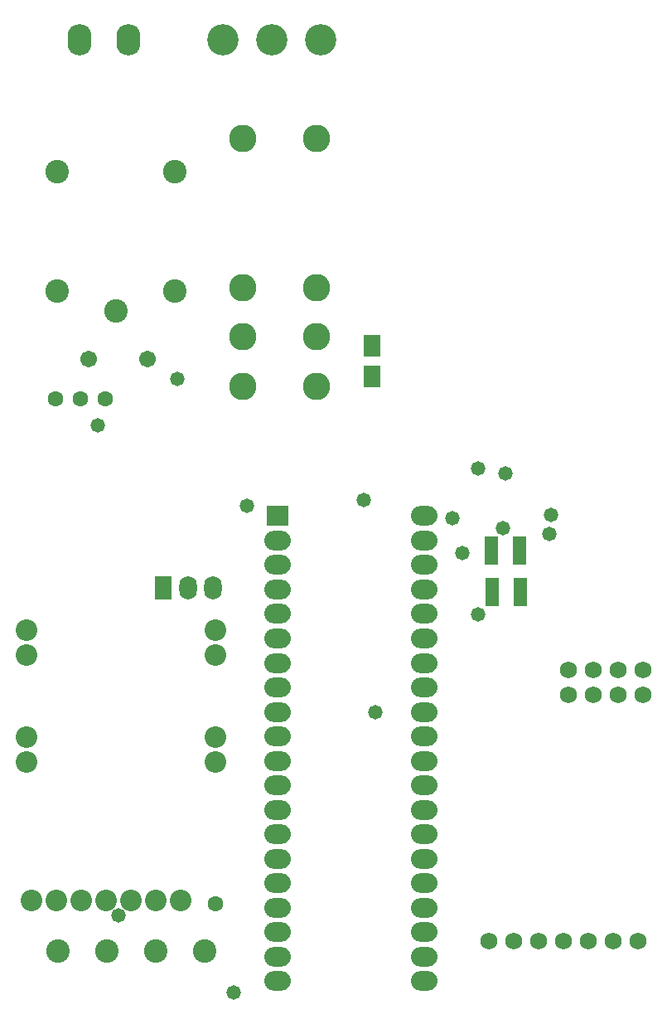
<source format=gbs>
G04 Layer_Color=8150272*
%FSLAX44Y44*%
%MOMM*%
G71*
G01*
G75*
%ADD57O,1.8032X2.4032*%
%ADD58R,1.8032X2.4032*%
%ADD59C,1.7032*%
%ADD60O,2.4532X3.2032*%
%ADD61C,3.2032*%
%ADD62C,2.4032*%
%ADD63C,1.6032*%
%ADD64C,1.7272*%
%ADD65C,1.6002*%
%ADD66R,2.2032X2.0032*%
%ADD67O,2.7032X2.0032*%
%ADD68C,2.2032*%
%ADD69C,2.8032*%
%ADD70C,1.4732*%
%ADD71R,1.4532X2.9032*%
%ADD72R,1.7532X2.2032*%
D57*
X468630Y692150D02*
D03*
X443230D02*
D03*
D58*
X417830D02*
D03*
D59*
X341630Y925830D02*
D03*
X401630D02*
D03*
D60*
X381870Y1252220D02*
D03*
X331870D02*
D03*
D61*
X578320D02*
D03*
X528320D02*
D03*
X478320D02*
D03*
D62*
X369570Y975360D02*
D03*
X309570Y995360D02*
D03*
Y1117360D02*
D03*
X429570D02*
D03*
Y995360D02*
D03*
X309810Y321310D02*
D03*
X359810D02*
D03*
X409810D02*
D03*
X459810D02*
D03*
D63*
X358140Y885190D02*
D03*
X307340D02*
D03*
X332740D02*
D03*
D64*
X831850Y608330D02*
D03*
Y582930D02*
D03*
X857250Y608330D02*
D03*
Y582930D02*
D03*
X882650Y608330D02*
D03*
Y582930D02*
D03*
X908050Y608330D02*
D03*
Y582930D02*
D03*
X750570Y331470D02*
D03*
X775970D02*
D03*
X801370D02*
D03*
X826770D02*
D03*
X852170D02*
D03*
X877570D02*
D03*
X902970D02*
D03*
D65*
X471170Y369570D02*
D03*
D66*
X534670Y765810D02*
D03*
D67*
Y740810D02*
D03*
Y715810D02*
D03*
Y690810D02*
D03*
Y665810D02*
D03*
Y640810D02*
D03*
Y615810D02*
D03*
Y590810D02*
D03*
Y565810D02*
D03*
Y540810D02*
D03*
Y515810D02*
D03*
Y490810D02*
D03*
Y465810D02*
D03*
Y440810D02*
D03*
Y415810D02*
D03*
Y390810D02*
D03*
Y365810D02*
D03*
Y340810D02*
D03*
Y315810D02*
D03*
Y290810D02*
D03*
X684670Y765810D02*
D03*
Y740810D02*
D03*
Y715810D02*
D03*
Y690810D02*
D03*
Y665810D02*
D03*
Y640810D02*
D03*
Y615810D02*
D03*
Y590810D02*
D03*
Y565810D02*
D03*
Y540810D02*
D03*
Y515810D02*
D03*
Y490810D02*
D03*
Y465810D02*
D03*
Y440810D02*
D03*
Y415810D02*
D03*
Y390810D02*
D03*
Y365810D02*
D03*
Y340810D02*
D03*
Y315810D02*
D03*
Y290810D02*
D03*
D68*
X471150Y649060D02*
D03*
Y623660D02*
D03*
X278150D02*
D03*
Y649060D02*
D03*
Y514260D02*
D03*
Y539660D02*
D03*
X471150D02*
D03*
Y514260D02*
D03*
X435310Y372980D02*
D03*
X384510D02*
D03*
X359110D02*
D03*
X409910D02*
D03*
X333710D02*
D03*
X308310D02*
D03*
X282910D02*
D03*
D69*
X499040Y898290D02*
D03*
X574040D02*
D03*
X499040Y999090D02*
D03*
X574040D02*
D03*
X499040Y948690D02*
D03*
X574040D02*
D03*
X499040Y1151690D02*
D03*
X574040D02*
D03*
D70*
X713486Y763778D02*
D03*
X811807Y747320D02*
D03*
X814324Y767320D02*
D03*
X622808Y782320D02*
D03*
X503174Y775970D02*
D03*
X739648Y665480D02*
D03*
X739394Y814578D02*
D03*
X350774Y858266D02*
D03*
X767588Y809548D02*
D03*
X764660Y753110D02*
D03*
X372364Y357632D02*
D03*
X723646Y728110D02*
D03*
X432054Y906018D02*
D03*
X489712Y279400D02*
D03*
X634238Y565404D02*
D03*
D71*
X781330Y730250D02*
D03*
X752830D02*
D03*
X782600Y688340D02*
D03*
X754100D02*
D03*
D72*
X630810Y939274D02*
D03*
Y908274D02*
D03*
M02*

</source>
